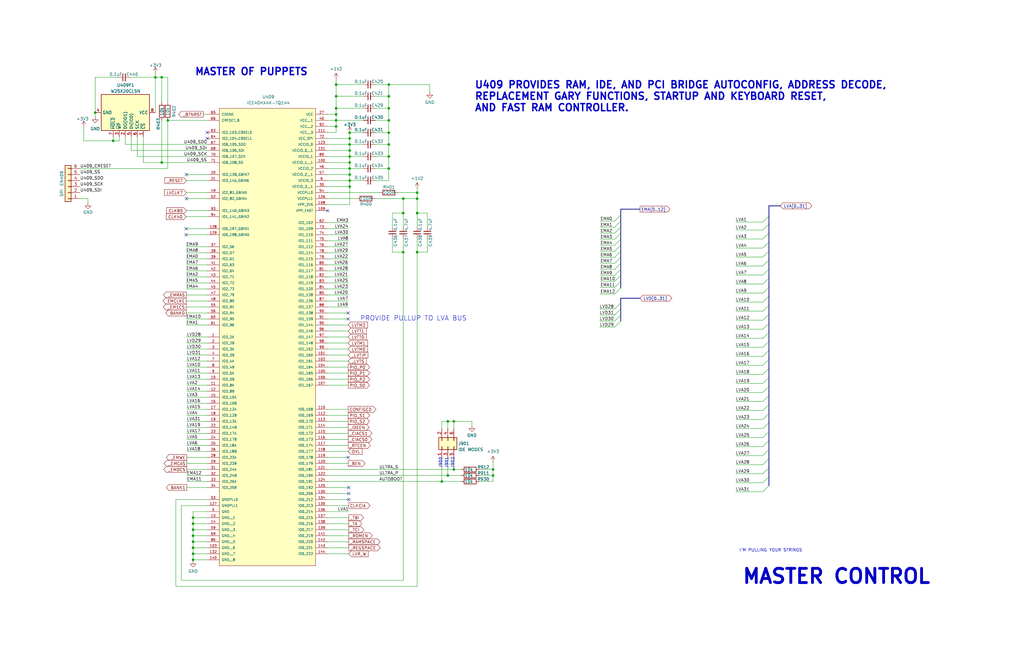
<source format=kicad_sch>
(kicad_sch (version 20230121) (generator eeschema)
  (paper "B")
  (title_block (title "AMIGA PCI") (date "2024-03-23") (rev "2.0"))
  (junction (at 147.447 76.2))
  (junction (at 81.407 223.52))
  (junction (at 188.849 177.8))
  (junction (at 147.447 58.42))
  (junction (at 147.447 78.74))
  (junction (at 163.957 60.96))
  (junction (at 163.957 50.8))
  (junction (at 170.053 83.82))
  (junction (at 163.957 40.64))
  (junction (at 141.732 48.26))
  (junction (at 141.732 53.34))
  (junction (at 40.132 47.498))
  (junction (at 47.752 59.436))
  (junction (at 81.407 218.44))
  (junction (at 65.532 32.639))
  (junction (at 81.407 220.98))
  (junction (at 147.447 63.5))
  (junction (at 141.732 35.687))
  (junction (at 81.407 233.68))
  (junction (at 163.957 45.72))
  (junction (at 147.447 68.58))
  (junction (at 191.389 198.12))
  (junction (at 175.895 106.426))
  (junction (at 163.957 35.687))
  (junction (at 141.732 40.64))
  (junction (at 207.899 198.12))
  (junction (at 81.407 236.22))
  (junction (at 191.389 177.8))
  (junction (at 81.407 231.14))
  (junction (at 68.199 68.58))
  (junction (at 163.957 71.12))
  (junction (at 163.957 66.04))
  (junction (at 188.849 200.66))
  (junction (at 147.447 56.007))
  (junction (at 175.895 81.28))
  (junction (at 141.732 45.72))
  (junction (at 207.899 200.66))
  (junction (at 163.957 56.007))
  (junction (at 70.739 50.8))
  (junction (at 147.447 60.96))
  (junction (at 81.407 226.06))
  (junction (at 186.309 203.2))
  (junction (at 170.053 106.426))
  (junction (at 81.407 228.6))
  (junction (at 147.447 73.66))
  (junction (at 170.053 89.916))
  (junction (at 175.895 89.916))
  (junction (at 147.447 71.12))
  (junction (at 175.895 83.82))
  (junction (at 141.732 50.8))
  (junction (at 147.447 66.04))
  (junction (at 68.199 32.639))
  (no_connect (at 78.486 96.52))
  (no_connect (at 147.066 210.82))
  (no_connect (at 78.613 73.66))
  (no_connect (at 146.812 193.04))
  (no_connect (at 87.376 55.88))
  (no_connect (at 146.812 132.08))
  (no_connect (at 147.066 208.28))
  (no_connect (at 147.066 205.74))
  (no_connect (at 78.613 83.82))
  (no_connect (at 78.486 99.06))
  (no_connect (at 146.812 134.62))
  (no_connect (at 138.176 88.9))
  (no_connect (at 87.376 58.42))
  (bus_entry (at 321.691 177.038) (size 2.54 -2.54))
  (bus_entry (at 259.207 113.665) (size 2.54 -2.54))
  (bus_entry (at 259.207 106.045) (size 2.54 -2.54))
  (bus_entry (at 321.691 93.726) (size 2.54 -2.54))
  (bus_entry (at 321.691 173.228) (size 2.54 -2.54))
  (bus_entry (at 321.691 207.518) (size 2.54 -2.54))
  (bus_entry (at 321.691 146.558) (size 2.54 -2.54))
  (bus_entry (at 321.691 150.368) (size 2.54 -2.54))
  (bus_entry (at 321.691 112.268) (size 2.54 -2.54))
  (bus_entry (at 321.691 196.088) (size 2.54 -2.54))
  (bus_entry (at 259.207 108.585) (size 2.54 -2.54))
  (bus_entry (at 321.691 97.028) (size 2.54 -2.54))
  (bus_entry (at 321.691 108.458) (size 2.54 -2.54))
  (bus_entry (at 321.691 142.748) (size 2.54 -2.54))
  (bus_entry (at 321.691 161.798) (size 2.54 -2.54))
  (bus_entry (at 321.691 188.468) (size 2.54 -2.54))
  (bus_entry (at 259.207 118.745) (size 2.54 -2.54))
  (bus_entry (at 259.207 95.885) (size 2.54 -2.54))
  (bus_entry (at 321.691 100.838) (size 2.54 -2.54))
  (bus_entry (at 259.207 111.125) (size 2.54 -2.54))
  (bus_entry (at 321.691 131.318) (size 2.54 -2.54))
  (bus_entry (at 259.207 93.345) (size 2.54 -2.54))
  (bus_entry (at 259.207 130.429) (size 2.54 -2.54))
  (bus_entry (at 259.207 100.965) (size 2.54 -2.54))
  (bus_entry (at 321.691 135.128) (size 2.54 -2.54))
  (bus_entry (at 321.691 157.988) (size 2.54 -2.54))
  (bus_entry (at 321.691 203.708) (size 2.54 -2.54))
  (bus_entry (at 259.207 116.205) (size 2.54 -2.54))
  (bus_entry (at 321.691 127.508) (size 2.54 -2.54))
  (bus_entry (at 259.207 135.509) (size 2.54 -2.54))
  (bus_entry (at 321.691 199.898) (size 2.54 -2.54))
  (bus_entry (at 321.691 180.848) (size 2.54 -2.54))
  (bus_entry (at 321.691 123.698) (size 2.54 -2.54))
  (bus_entry (at 321.691 138.938) (size 2.54 -2.54))
  (bus_entry (at 321.691 116.078) (size 2.54 -2.54))
  (bus_entry (at 321.691 192.278) (size 2.54 -2.54))
  (bus_entry (at 259.207 121.285) (size 2.54 -2.54))
  (bus_entry (at 321.691 169.418) (size 2.54 -2.54))
  (bus_entry (at 321.691 154.178) (size 2.54 -2.54))
  (bus_entry (at 321.691 184.658) (size 2.54 -2.54))
  (bus_entry (at 259.207 124.079) (size 2.54 -2.54))
  (bus_entry (at 321.691 119.888) (size 2.54 -2.54))
  (bus_entry (at 321.691 165.608) (size 2.54 -2.54))
  (bus_entry (at 259.207 98.425) (size 2.54 -2.54))
  (bus_entry (at 321.691 104.648) (size 2.54 -2.54))
  (bus_entry (at 259.207 103.505) (size 2.54 -2.54))
  (bus_entry (at 259.207 132.969) (size 2.54 -2.54))
  (bus_entry (at 259.207 138.049) (size 2.54 -2.54))
  (bus (pts (xy 261.747 118.745) (xy 261.747 121.539)))
  (bus (pts (xy 324.231 121.158) (xy 324.231 124.968)))
  (wire (pts (xy 57.912 66.04) (xy 57.912 57.658)))
  (wire (pts (xy 87.376 195.58) (xy 78.74 195.58)))
  (wire (pts (xy 78.74 200.66) (xy 87.376 200.66)))
  (wire (pts (xy 147.066 205.74) (xy 138.176 205.74)))
  (wire (pts (xy 253.111 95.885) (xy 259.207 95.885)))
  (wire (pts (xy 188.849 180.848) (xy 188.849 177.8)))
  (wire (pts (xy 146.812 195.58) (xy 138.176 195.58)))
  (wire (pts (xy 70.739 43.18) (xy 70.739 32.639)))
  (wire (pts (xy 138.176 71.12) (xy 147.447 71.12)))
  (wire (pts (xy 74.168 247.396) (xy 175.895 247.396)))
  (wire (pts (xy 87.376 83.82) (xy 78.613 83.82)))
  (wire (pts (xy 310.261 154.178) (xy 321.691 154.178)))
  (wire (pts (xy 33.782 83.82) (xy 37.084 83.82)))
  (wire (pts (xy 87.376 203.2) (xy 78.74 203.2)))
  (wire (pts (xy 138.176 198.12) (xy 191.389 198.12)))
  (wire (pts (xy 138.176 73.66) (xy 147.447 73.66)))
  (wire (pts (xy 78.486 116.84) (xy 87.376 116.84)))
  (wire (pts (xy 78.486 111.76) (xy 87.376 111.76)))
  (wire (pts (xy 35.306 53.594) (xy 35.306 59.436)))
  (bus (pts (xy 324.231 109.728) (xy 324.231 113.538)))
  (wire (pts (xy 310.261 203.708) (xy 321.691 203.708)))
  (wire (pts (xy 170.053 83.82) (xy 158.115 83.82)))
  (wire (pts (xy 186.309 180.848) (xy 186.309 177.8)))
  (bus (pts (xy 324.231 178.308) (xy 324.231 182.118)))
  (wire (pts (xy 87.376 88.9) (xy 78.613 88.9)))
  (wire (pts (xy 138.176 83.82) (xy 150.495 83.82)))
  (wire (pts (xy 78.486 109.22) (xy 87.376 109.22)))
  (wire (pts (xy 310.261 123.698) (xy 321.691 123.698)))
  (wire (pts (xy 146.812 182.88) (xy 138.176 182.88)))
  (bus (pts (xy 324.231 182.118) (xy 324.231 185.928)))
  (wire (pts (xy 141.732 45.72) (xy 141.732 48.26)))
  (wire (pts (xy 175.895 106.426) (xy 180.213 106.426)))
  (wire (pts (xy 74.168 210.82) (xy 87.376 210.82)))
  (wire (pts (xy 138.176 157.48) (xy 146.812 157.48)))
  (wire (pts (xy 138.176 101.6) (xy 146.939 101.6)))
  (bus (pts (xy 261.747 93.345) (xy 261.747 95.885)))
  (wire (pts (xy 310.261 188.468) (xy 321.691 188.468)))
  (wire (pts (xy 81.407 218.44) (xy 81.407 220.98)))
  (wire (pts (xy 87.376 177.8) (xy 78.74 177.8)))
  (wire (pts (xy 147.447 76.2) (xy 147.447 78.74)))
  (wire (pts (xy 138.176 152.4) (xy 146.812 152.4)))
  (wire (pts (xy 252.857 130.429) (xy 259.207 130.429)))
  (wire (pts (xy 47.752 59.436) (xy 50.292 59.436)))
  (wire (pts (xy 87.376 48.26) (xy 85.725 48.26)))
  (wire (pts (xy 81.407 218.44) (xy 87.376 218.44)))
  (wire (pts (xy 65.532 32.639) (xy 54.864 32.639)))
  (wire (pts (xy 68.199 32.639) (xy 65.532 32.639)))
  (wire (pts (xy 147.447 76.2) (xy 153.162 76.2)))
  (wire (pts (xy 310.261 127.508) (xy 321.691 127.508)))
  (wire (pts (xy 163.957 40.64) (xy 163.957 35.687)))
  (wire (pts (xy 158.242 60.96) (xy 163.957 60.96)))
  (wire (pts (xy 52.832 60.96) (xy 52.832 57.658)))
  (bus (pts (xy 261.747 135.509) (xy 261.747 132.969)))
  (wire (pts (xy 191.389 198.12) (xy 194.437 198.12)))
  (wire (pts (xy 310.261 184.658) (xy 321.691 184.658)))
  (wire (pts (xy 310.261 97.028) (xy 321.691 97.028)))
  (wire (pts (xy 181.229 35.687) (xy 163.957 35.687)))
  (wire (pts (xy 87.376 167.64) (xy 78.74 167.64)))
  (wire (pts (xy 147.447 68.58) (xy 147.447 71.12)))
  (wire (pts (xy 310.261 192.278) (xy 321.691 192.278)))
  (wire (pts (xy 81.407 215.9) (xy 81.407 218.44)))
  (bus (pts (xy 261.747 132.969) (xy 261.747 130.429)))
  (wire (pts (xy 87.376 76.2) (xy 78.613 76.2)))
  (wire (pts (xy 78.486 106.68) (xy 87.376 106.68)))
  (wire (pts (xy 138.176 223.52) (xy 147.066 223.52)))
  (wire (pts (xy 87.376 165.1) (xy 78.74 165.1)))
  (wire (pts (xy 147.447 56.007) (xy 153.162 56.007)))
  (wire (pts (xy 81.407 231.14) (xy 81.407 233.68)))
  (wire (pts (xy 60.452 68.58) (xy 68.199 68.58)))
  (wire (pts (xy 70.739 71.12) (xy 70.739 50.8)))
  (wire (pts (xy 310.261 169.418) (xy 321.691 169.418)))
  (wire (pts (xy 163.957 45.72) (xy 163.957 40.64)))
  (wire (pts (xy 138.176 220.98) (xy 147.066 220.98)))
  (wire (pts (xy 165.481 100.711) (xy 165.481 106.426)))
  (wire (pts (xy 163.957 50.8) (xy 163.957 45.72)))
  (wire (pts (xy 188.849 177.8) (xy 191.389 177.8)))
  (bus (pts (xy 324.231 185.928) (xy 324.231 189.738)))
  (wire (pts (xy 138.176 160.02) (xy 146.812 160.02)))
  (wire (pts (xy 138.176 154.94) (xy 146.812 154.94)))
  (wire (pts (xy 138.176 200.66) (xy 188.849 200.66)))
  (wire (pts (xy 310.261 161.798) (xy 321.691 161.798)))
  (bus (pts (xy 261.747 106.045) (xy 261.747 108.585)))
  (wire (pts (xy 138.176 66.04) (xy 147.447 66.04)))
  (wire (pts (xy 138.176 60.96) (xy 147.447 60.96)))
  (wire (pts (xy 310.261 104.648) (xy 321.691 104.648)))
  (wire (pts (xy 55.372 63.5) (xy 87.376 63.5)))
  (wire (pts (xy 186.309 203.2) (xy 194.437 203.2)))
  (bus (pts (xy 261.747 90.805) (xy 261.747 93.345)))
  (wire (pts (xy 87.376 193.04) (xy 78.74 193.04)))
  (wire (pts (xy 55.372 63.5) (xy 55.372 57.658)))
  (wire (pts (xy 253.111 121.285) (xy 259.207 121.285)))
  (wire (pts (xy 170.053 244.856) (xy 76.454 244.856)))
  (wire (pts (xy 310.261 180.848) (xy 321.691 180.848)))
  (wire (pts (xy 170.053 83.82) (xy 175.895 83.82)))
  (wire (pts (xy 146.812 175.26) (xy 138.176 175.26)))
  (wire (pts (xy 138.176 124.46) (xy 146.812 124.46)))
  (bus (pts (xy 324.231 91.186) (xy 324.231 94.488)))
  (wire (pts (xy 76.454 244.856) (xy 76.454 213.36)))
  (wire (pts (xy 147.447 63.5) (xy 147.447 66.04)))
  (wire (pts (xy 141.732 45.72) (xy 153.162 45.72)))
  (wire (pts (xy 165.481 106.426) (xy 170.053 106.426)))
  (wire (pts (xy 138.176 78.74) (xy 147.447 78.74)))
  (wire (pts (xy 146.812 177.8) (xy 138.176 177.8)))
  (wire (pts (xy 170.053 100.711) (xy 170.053 106.426)))
  (wire (pts (xy 147.447 86.36) (xy 138.176 86.36)))
  (wire (pts (xy 188.849 200.66) (xy 194.437 200.66)))
  (wire (pts (xy 47.752 57.658) (xy 47.752 59.436)))
  (wire (pts (xy 70.739 32.639) (xy 68.199 32.639)))
  (wire (pts (xy 81.407 223.52) (xy 87.376 223.52)))
  (bus (pts (xy 261.747 108.585) (xy 261.747 111.125)))
  (wire (pts (xy 52.832 60.96) (xy 87.376 60.96)))
  (wire (pts (xy 175.895 79.629) (xy 175.895 81.28)))
  (wire (pts (xy 37.084 83.82) (xy 37.084 85.598)))
  (bus (pts (xy 261.747 111.125) (xy 261.747 113.665)))
  (wire (pts (xy 87.376 127) (xy 78.486 127)))
  (wire (pts (xy 81.407 236.22) (xy 87.376 236.22)))
  (wire (pts (xy 65.532 47.498) (xy 65.532 32.639)))
  (wire (pts (xy 40.132 32.639) (xy 49.784 32.639)))
  (wire (pts (xy 207.899 195.072) (xy 207.899 198.12)))
  (wire (pts (xy 138.176 215.9) (xy 147.066 215.9)))
  (wire (pts (xy 87.376 81.28) (xy 78.613 81.28)))
  (wire (pts (xy 253.111 106.045) (xy 259.207 106.045)))
  (wire (pts (xy 138.176 93.98) (xy 146.939 93.98)))
  (bus (pts (xy 324.231 132.588) (xy 324.231 136.398)))
  (bus (pts (xy 324.231 86.868) (xy 329.057 86.868)))
  (wire (pts (xy 310.261 207.518) (xy 321.691 207.518)))
  (wire (pts (xy 87.376 175.26) (xy 78.74 175.26)))
  (wire (pts (xy 147.066 208.28) (xy 138.176 208.28)))
  (bus (pts (xy 324.231 163.068) (xy 324.231 166.878)))
  (wire (pts (xy 138.176 185.42) (xy 146.812 185.42)))
  (wire (pts (xy 158.242 71.12) (xy 163.957 71.12)))
  (bus (pts (xy 261.747 95.885) (xy 261.747 98.425)))
  (wire (pts (xy 253.111 111.125) (xy 259.207 111.125)))
  (wire (pts (xy 87.376 137.16) (xy 78.486 137.16)))
  (wire (pts (xy 78.74 160.02) (xy 87.376 160.02)))
  (wire (pts (xy 78.74 149.86) (xy 87.376 149.86)))
  (wire (pts (xy 81.407 220.98) (xy 81.407 223.52)))
  (wire (pts (xy 146.812 187.96) (xy 138.176 187.96)))
  (wire (pts (xy 138.176 137.16) (xy 146.812 137.16)))
  (wire (pts (xy 138.176 218.44) (xy 147.066 218.44)))
  (wire (pts (xy 81.407 233.68) (xy 81.407 236.22)))
  (wire (pts (xy 147.447 60.96) (xy 153.162 60.96)))
  (bus (pts (xy 261.747 100.965) (xy 261.747 103.505)))
  (wire (pts (xy 141.732 40.64) (xy 141.732 45.72)))
  (wire (pts (xy 310.261 100.838) (xy 321.691 100.838)))
  (wire (pts (xy 207.899 200.66) (xy 207.899 198.12)))
  (wire (pts (xy 87.376 172.72) (xy 78.74 172.72)))
  (wire (pts (xy 202.057 200.66) (xy 207.899 200.66)))
  (wire (pts (xy 310.261 135.128) (xy 321.691 135.128)))
  (bus (pts (xy 324.231 189.738) (xy 324.231 193.548)))
  (wire (pts (xy 158.242 56.007) (xy 163.957 56.007)))
  (wire (pts (xy 138.176 228.6) (xy 147.066 228.6)))
  (wire (pts (xy 170.053 106.426) (xy 170.053 244.856)))
  (wire (pts (xy 138.176 104.14) (xy 146.812 104.14)))
  (wire (pts (xy 175.895 247.396) (xy 175.895 106.426)))
  (wire (pts (xy 138.176 226.06) (xy 147.066 226.06)))
  (wire (pts (xy 87.376 124.46) (xy 78.486 124.46)))
  (wire (pts (xy 147.447 66.04) (xy 153.162 66.04)))
  (wire (pts (xy 146.812 193.04) (xy 138.176 193.04)))
  (wire (pts (xy 147.447 73.66) (xy 147.447 76.2)))
  (wire (pts (xy 253.111 108.585) (xy 259.207 108.585)))
  (wire (pts (xy 310.261 108.458) (xy 321.691 108.458)))
  (bus (pts (xy 261.747 98.425) (xy 261.747 100.965)))
  (wire (pts (xy 78.74 152.4) (xy 87.376 152.4)))
  (wire (pts (xy 138.176 106.68) (xy 146.812 106.68)))
  (wire (pts (xy 87.376 96.52) (xy 78.486 96.52)))
  (wire (pts (xy 138.176 114.3) (xy 146.812 114.3)))
  (wire (pts (xy 74.168 210.82) (xy 74.168 247.396)))
  (wire (pts (xy 78.74 187.96) (xy 87.376 187.96)))
  (wire (pts (xy 68.199 50.8) (xy 68.199 68.58)))
  (wire (pts (xy 138.176 53.34) (xy 141.732 53.34)))
  (bus (pts (xy 324.231 124.968) (xy 324.231 128.778)))
  (wire (pts (xy 78.486 114.3) (xy 87.376 114.3)))
  (wire (pts (xy 40.132 49.276) (xy 40.132 47.498)))
  (wire (pts (xy 191.389 177.8) (xy 191.389 180.848)))
  (bus (pts (xy 324.231 102.108) (xy 324.231 105.918)))
  (wire (pts (xy 310.261 196.088) (xy 321.691 196.088)))
  (wire (pts (xy 141.732 50.8) (xy 141.732 53.34)))
  (wire (pts (xy 138.176 48.26) (xy 141.732 48.26)))
  (wire (pts (xy 253.111 113.665) (xy 259.207 113.665)))
  (wire (pts (xy 310.261 157.988) (xy 321.691 157.988)))
  (bus (pts (xy 324.231 159.258) (xy 324.231 163.068)))
  (bus (pts (xy 324.231 117.348) (xy 324.231 121.158)))
  (wire (pts (xy 310.261 146.558) (xy 321.691 146.558)))
  (wire (pts (xy 87.376 190.5) (xy 78.74 190.5)))
  (wire (pts (xy 81.407 220.98) (xy 87.376 220.98)))
  (bus (pts (xy 324.231 113.538) (xy 324.231 117.348)))
  (wire (pts (xy 191.389 177.8) (xy 199.009 177.8)))
  (bus (pts (xy 324.231 144.018) (xy 324.231 147.828)))
  (wire (pts (xy 199.009 177.8) (xy 199.009 179.578)))
  (wire (pts (xy 310.261 112.268) (xy 321.691 112.268)))
  (wire (pts (xy 163.957 35.687) (xy 158.242 35.687)))
  (wire (pts (xy 87.376 73.66) (xy 78.613 73.66)))
  (bus (pts (xy 261.747 113.665) (xy 261.747 116.205)))
  (wire (pts (xy 310.261 131.318) (xy 321.691 131.318)))
  (wire (pts (xy 310.261 116.078) (xy 321.691 116.078)))
  (wire (pts (xy 191.389 193.548) (xy 191.389 198.12)))
  (wire (pts (xy 141.732 35.687) (xy 153.162 35.687)))
  (wire (pts (xy 146.812 180.34) (xy 138.176 180.34)))
  (wire (pts (xy 253.111 98.425) (xy 259.207 98.425)))
  (wire (pts (xy 146.812 190.5) (xy 138.176 190.5)))
  (wire (pts (xy 186.309 193.548) (xy 186.309 203.2)))
  (wire (pts (xy 87.376 185.42) (xy 78.74 185.42)))
  (wire (pts (xy 138.176 127) (xy 146.812 127)))
  (wire (pts (xy 138.176 68.58) (xy 147.447 68.58)))
  (wire (pts (xy 147.447 56.007) (xy 147.447 58.42)))
  (wire (pts (xy 70.739 50.8) (xy 87.376 50.8)))
  (bus (pts (xy 324.231 170.688) (xy 324.231 174.498)))
  (wire (pts (xy 163.957 56.007) (xy 163.957 60.96)))
  (bus (pts (xy 324.231 197.358) (xy 324.231 201.168)))
  (bus (pts (xy 324.231 174.498) (xy 324.231 178.308)))
  (wire (pts (xy 147.447 78.74) (xy 147.447 86.36)))
  (wire (pts (xy 141.732 35.687) (xy 141.732 40.64)))
  (bus (pts (xy 261.747 116.205) (xy 261.747 118.745)))
  (wire (pts (xy 310.261 173.228) (xy 321.691 173.228)))
  (wire (pts (xy 81.407 223.52) (xy 81.407 226.06)))
  (wire (pts (xy 87.376 147.32) (xy 78.74 147.32)))
  (wire (pts (xy 310.261 199.898) (xy 321.691 199.898)))
  (wire (pts (xy 175.895 89.916) (xy 180.213 89.916)))
  (bus (pts (xy 324.231 147.828) (xy 324.231 151.638)))
  (wire (pts (xy 81.407 226.06) (xy 87.376 226.06)))
  (wire (pts (xy 138.176 172.72) (xy 146.812 172.72)))
  (wire (pts (xy 170.053 95.631) (xy 170.053 89.916)))
  (bus (pts (xy 261.747 125.857) (xy 269.875 125.857)))
  (wire (pts (xy 170.053 89.916) (xy 170.053 83.82)))
  (wire (pts (xy 78.486 121.92) (xy 87.376 121.92)))
  (wire (pts (xy 138.176 76.2) (xy 147.447 76.2)))
  (wire (pts (xy 202.057 198.12) (xy 207.899 198.12)))
  (wire (pts (xy 87.376 129.54) (xy 78.486 129.54)))
  (wire (pts (xy 202.057 203.2) (xy 207.899 203.2)))
  (bus (pts (xy 324.231 136.398) (xy 324.231 140.208)))
  (wire (pts (xy 138.176 111.76) (xy 146.812 111.76)))
  (wire (pts (xy 78.486 119.38) (xy 87.376 119.38)))
  (wire (pts (xy 81.407 228.6) (xy 87.376 228.6)))
  (wire (pts (xy 310.261 119.888) (xy 321.691 119.888)))
  (bus (pts (xy 261.747 127.889) (xy 261.747 125.857)))
  (wire (pts (xy 175.895 106.426) (xy 175.895 100.711)))
  (wire (pts (xy 310.261 142.748) (xy 321.691 142.748)))
  (bus (pts (xy 324.231 151.638) (xy 324.231 155.448)))
  (wire (pts (xy 81.407 228.6) (xy 81.407 231.14)))
  (wire (pts (xy 87.376 154.94) (xy 78.74 154.94)))
  (bus (pts (xy 261.747 88.265) (xy 269.875 88.265)))
  (wire (pts (xy 65.532 32.639) (xy 65.532 30.988)))
  (wire (pts (xy 78.74 180.34) (xy 87.376 180.34)))
  (bus (pts (xy 324.231 86.868) (xy 324.231 91.186)))
  (wire (pts (xy 78.74 142.24) (xy 87.376 142.24)))
  (wire (pts (xy 50.292 57.658) (xy 50.292 59.436)))
  (bus (pts (xy 324.231 94.488) (xy 324.231 98.298)))
  (wire (pts (xy 147.066 233.68) (xy 138.176 233.68)))
  (bus (pts (xy 324.231 155.448) (xy 324.231 159.258)))
  (wire (pts (xy 141.732 53.34) (xy 141.732 55.88)))
  (wire (pts (xy 165.481 89.916) (xy 170.053 89.916)))
  (bus (pts (xy 324.231 166.878) (xy 324.231 170.688)))
  (wire (pts (xy 252.857 138.049) (xy 259.207 138.049)))
  (wire (pts (xy 138.176 96.52) (xy 146.939 96.52)))
  (wire (pts (xy 146.812 132.08) (xy 138.176 132.08)))
  (wire (pts (xy 138.176 121.92) (xy 146.812 121.92)))
  (wire (pts (xy 138.176 144.78) (xy 146.812 144.78)))
  (bus (pts (xy 324.231 140.208) (xy 324.231 144.018)))
  (wire (pts (xy 57.912 66.04) (xy 87.376 66.04)))
  (wire (pts (xy 253.111 124.079) (xy 259.207 124.079)))
  (wire (pts (xy 141.732 40.64) (xy 153.162 40.64)))
  (wire (pts (xy 146.812 139.7) (xy 138.176 139.7)))
  (bus (pts (xy 324.231 128.778) (xy 324.231 132.588)))
  (wire (pts (xy 163.957 56.007) (xy 163.957 50.8)))
  (wire (pts (xy 87.376 134.62) (xy 78.486 134.62)))
  (wire (pts (xy 141.732 33.401) (xy 141.732 35.687)))
  (wire (pts (xy 81.407 236.22) (xy 81.407 236.728)))
  (wire (pts (xy 76.454 213.36) (xy 87.376 213.36)))
  (wire (pts (xy 138.176 129.54) (xy 146.812 129.54)))
  (wire (pts (xy 310.261 165.608) (xy 321.691 165.608)))
  (wire (pts (xy 87.376 132.08) (xy 78.486 132.08)))
  (wire (pts (xy 87.376 198.12) (xy 78.74 198.12)))
  (wire (pts (xy 253.111 103.505) (xy 259.207 103.505)))
  (wire (pts (xy 158.242 76.2) (xy 163.957 76.2)))
  (wire (pts (xy 158.242 66.04) (xy 163.957 66.04)))
  (wire (pts (xy 310.261 93.726) (xy 321.691 93.726)))
  (wire (pts (xy 33.782 71.12) (xy 70.739 71.12)))
  (wire (pts (xy 188.849 193.548) (xy 188.849 200.66)))
  (wire (pts (xy 138.176 55.88) (xy 141.732 55.88)))
  (bus (pts (xy 324.231 98.298) (xy 324.231 102.108)))
  (wire (pts (xy 253.111 100.965) (xy 259.207 100.965)))
  (wire (pts (xy 35.306 59.436) (xy 47.752 59.436)))
  (wire (pts (xy 138.176 134.62) (xy 146.812 134.62)))
  (wire (pts (xy 138.176 119.38) (xy 146.812 119.38)))
  (wire (pts (xy 147.447 66.04) (xy 147.447 68.58)))
  (wire (pts (xy 78.74 157.48) (xy 87.376 157.48)))
  (wire (pts (xy 310.261 138.938) (xy 321.691 138.938)))
  (wire (pts (xy 163.957 71.12) (xy 163.957 76.2)))
  (wire (pts (xy 138.176 58.42) (xy 147.447 58.42)))
  (wire (pts (xy 180.213 89.916) (xy 180.213 95.631)))
  (bus (pts (xy 261.747 103.505) (xy 261.747 106.045)))
  (wire (pts (xy 147.447 71.12) (xy 153.162 71.12)))
  (wire (pts (xy 81.407 215.9) (xy 87.376 215.9)))
  (bus (pts (xy 324.231 193.548) (xy 324.231 197.358)))
  (wire (pts (xy 252.857 132.969) (xy 259.207 132.969)))
  (wire (pts (xy 147.447 58.42) (xy 147.447 60.96)))
  (wire (pts (xy 138.176 231.14) (xy 147.066 231.14)))
  (wire (pts (xy 138.176 147.32) (xy 146.812 147.32)))
  (wire (pts (xy 163.957 60.96) (xy 163.957 66.04)))
  (wire (pts (xy 141.732 50.8) (xy 153.162 50.8)))
  (wire (pts (xy 146.812 149.86) (xy 138.176 149.86)))
  (wire (pts (xy 138.176 99.06) (xy 146.939 99.06)))
  (wire (pts (xy 138.176 162.56) (xy 146.812 162.56)))
  (wire (pts (xy 147.447 60.96) (xy 147.447 63.5)))
  (wire (pts (xy 175.895 81.28) (xy 167.767 81.28)))
  (wire (pts (xy 207.899 203.2) (xy 207.899 200.66)))
  (wire (pts (xy 78.74 162.56) (xy 87.376 162.56)))
  (wire (pts (xy 252.857 135.509) (xy 259.207 135.509)))
  (wire (pts (xy 141.732 48.26) (xy 141.732 50.8)))
  (wire (pts (xy 87.376 99.06) (xy 78.486 99.06)))
  (wire (pts (xy 175.895 95.631) (xy 175.895 89.916)))
  (wire (pts (xy 165.481 95.631) (xy 165.481 89.916)))
  (wire (pts (xy 138.176 50.8) (xy 141.732 50.8)))
  (wire (pts (xy 81.407 231.14) (xy 87.376 231.14)))
  (wire (pts (xy 87.376 182.88) (xy 78.74 182.88)))
  (wire (pts (xy 180.213 106.426) (xy 180.213 100.711)))
  (wire (pts (xy 138.176 213.36) (xy 147.066 213.36)))
  (wire (pts (xy 40.132 47.498) (xy 40.132 32.639)))
  (wire (pts (xy 253.111 118.745) (xy 259.207 118.745)))
  (wire (pts (xy 181.229 35.687) (xy 181.229 38.862)))
  (wire (pts (xy 158.242 50.8) (xy 163.957 50.8)))
  (wire (pts (xy 138.176 109.22) (xy 146.812 109.22)))
  (wire (pts (xy 147.447 71.12) (xy 147.447 73.66)))
  (wire (pts (xy 138.176 63.5) (xy 147.447 63.5)))
  (wire (pts (xy 78.486 104.14) (xy 87.376 104.14)))
  (wire (pts (xy 175.895 83.82) (xy 175.895 89.916)))
  (wire (pts (xy 310.261 150.368) (xy 321.691 150.368)))
  (wire (pts (xy 138.176 210.82) (xy 147.066 210.82)))
  (wire (pts (xy 68.199 32.639) (xy 68.199 43.18)))
  (bus (pts (xy 261.747 88.265) (xy 261.747 90.805)))
  (wire (pts (xy 138.176 203.2) (xy 186.309 203.2)))
  (wire (pts (xy 87.376 91.44) (xy 78.486 91.44)))
  (wire (pts (xy 81.407 233.68) (xy 87.376 233.68)))
  (wire (pts (xy 253.111 93.345) (xy 259.207 93.345)))
  (wire (pts (xy 158.242 40.64) (xy 163.957 40.64)))
  (wire (pts (xy 186.309 177.8) (xy 188.849 177.8)))
  (wire (pts (xy 163.957 66.04) (xy 163.957 71.12)))
  (wire (pts (xy 253.111 116.205) (xy 259.207 116.205)))
  (wire (pts (xy 78.74 205.74) (xy 87.376 205.74)))
  (wire (pts (xy 146.812 142.24) (xy 138.176 142.24)))
  (wire (pts (xy 81.407 226.06) (xy 81.407 228.6)))
  (bus (pts (xy 261.747 130.429) (xy 261.747 127.889)))
  (wire (pts (xy 175.895 81.28) (xy 175.895 83.82)))
  (bus (pts (xy 324.231 201.168) (xy 324.231 204.978)))
  (wire (pts (xy 138.176 81.28) (xy 160.147 81.28)))
  (wire (pts (xy 60.452 68.58) (xy 60.452 57.658)))
  (bus (pts (xy 324.231 105.918) (xy 324.231 109.728)))
  (wire (pts (xy 138.176 116.84) (xy 146.812 116.84)))
  (wire (pts (xy 68.199 68.58) (xy 87.376 68.58)))
  (wire (pts (xy 87.376 170.18) (xy 78.74 170.18)))
  (wire (pts (xy 78.74 144.78) (xy 87.376 144.78)))
  (wire (pts (xy 310.261 177.038) (xy 321.691 177.038)))
  (wire (pts (xy 158.242 45.72) (xy 163.957 45.72)))
  (text "MASTER OF PUPPETS" (at 82.042 32.131 0) (effects (font (size 3 3) (thickness 0.6) bold) (justify left bottom)))
  (text "MASTER CONTROL" (at 312.674 246.888 0) (effects (font (size 6 6) (thickness 1.2) bold) (justify left bottom)))
  (text "J902" (at 191.643 197.739 90) (effects (font (size 1.27 1.27)) (justify left bottom)))
  (text "J900" (at 186.563 197.739 90) (effects (font (size 1.27 1.27)) (justify left bottom)))
  (text "I'M PULLING YOUR STRINGS" (at 311.785 233.045 0) (effects (font (size 1.27 1.27)) (justify left bottom)))
  (text "J901" (at 189.103 197.739 90) (effects (font (size 1.27 1.27)) (justify left bottom)))
  (text "U409 PROVIDES RAM, IDE, AND PCI BRIDGE AUTOCONFIG, ADDRESS DECODE,\nREPLACEMENT GARY FUNCTIONS, STARTUP AND KEYBOARD RESET, \nAND FAST RAM CONTROLLER." (at 200.025 47.371 0) (effects (font (size 3 3) (thickness 0.6) bold) (justify left bottom)))
  (text "PROVIDE PULLUP TO LVA BUS" (at 151.892 135.636 0) (effects (font (size 2 2)) (justify left bottom)))
  (label "EMA10" (at 78.486 134.62 0))
  (label "LVA30" (at 146.939 99.06 180))
  (label "LVA3" (at 78.74 167.64 0))
  (label "EMA5" (at 253.111 106.045 0))
  (label "LVA27" (at 146.812 104.14 180))
  (label "LVA14" (at 78.74 165.1 0))
  (label "LVD31" (at 78.74 149.86 0))
  (label "EMA2" (at 253.111 98.425 0))
  (label "LVA22" (at 146.812 109.22 180))
  (label "LVA26" (at 146.812 111.76 180))
  (label "U409_SS" (at 33.782 73.66 0))
  (label "LVA19" (at 310.261 161.798 0))
  (label "LVA16" (at 78.74 170.18 0))
  (label "LVA18" (at 310.261 157.988 0))
  (label "LVA27" (at 310.261 192.278 0))
  (label "U409_SDO" (at 33.782 76.2 0))
  (label "LVA4" (at 78.74 175.26 0))
  (label "LVA14" (at 310.261 142.748 0))
  (label "LVA3" (at 310.261 100.838 0))
  (label "LVA22" (at 310.261 173.228 0))
  (label "LVA29" (at 310.261 199.898 0))
  (label "LVA9" (at 310.261 123.698 0))
  (label "LVA24" (at 146.939 96.52 180))
  (label "LVA11" (at 310.261 131.318 0))
  (label "LVA10" (at 78.74 154.94 0))
  (label "LVA30" (at 310.261 203.708 0))
  (label "LVA7" (at 310.261 116.078 0))
  (label "LVA13" (at 78.74 160.02 0))
  (label "LVD31" (at 252.857 132.969 0))
  (label "LVA23" (at 310.261 177.038 0))
  (label "LVA25" (at 146.812 119.38 180))
  (label "EMA10" (at 253.111 118.745 0))
  (label "LVA15" (at 310.261 146.558 0))
  (label "AUTOBOOT" (at 159.893 203.2 0))
  (label "EMA7" (at 253.111 111.125 0))
  (label "LVA20" (at 310.261 165.608 0))
  (label "LVA8" (at 310.261 119.888 0))
  (label "LVA21" (at 310.261 169.418 0))
  (label "LVA24" (at 310.261 180.848 0))
  (label "LVA12" (at 310.261 135.128 0))
  (label "LVA1" (at 147.066 215.9 180))
  (label "LVA5" (at 78.74 185.42 0))
  (label "LVA9" (at 146.812 129.54 180))
  (label "LVA21" (at 146.812 116.84 180))
  (label "U409_SCK" (at 87.376 66.04 180))
  (label "LVA4" (at 310.261 104.648 0))
  (label "EMA8" (at 78.486 106.68 0))
  (label "LVD30" (at 252.857 135.509 0))
  (label "U409_SDI" (at 87.376 63.5 180))
  (label "LVA19" (at 78.74 180.34 0))
  (label "LVA6" (at 78.74 187.96 0))
  (label "LVA23" (at 146.812 121.92 180))
  (label "LVA10" (at 310.261 127.508 0))
  (label "U409_SCK" (at 33.782 78.74 0))
  (label "EMA3" (at 253.111 100.965 0))
  (label "EMA4" (at 78.486 121.92 0))
  (label "LVA5" (at 310.261 108.458 0))
  (label "LVA8" (at 146.939 101.6 180))
  (label "LVA28" (at 310.261 196.088 0))
  (label "ULTRA_P" (at 159.893 200.66 0))
  (label "U409_CRESET" (at 33.782 71.12 0))
  (label "EMA5" (at 78.486 119.38 0))
  (label "LVA31" (at 310.261 207.518 0))
  (label "EMA7" (at 78.486 111.76 0))
  (label "LVD28" (at 78.74 142.24 0))
  (label "LVA16" (at 310.261 150.368 0))
  (label "U409_SS" (at 87.249 68.58 180))
  (label "EMA0" (at 253.111 93.345 0))
  (label "EMA1" (at 78.486 137.16 0))
  (label "LVA26" (at 310.261 188.468 0))
  (label "LVA15" (at 78.74 172.72 0))
  (label "EMA11" (at 253.111 121.285 0))
  (label "EMA9" (at 253.111 116.205 0))
  (label "U409_SDI" (at 33.782 81.28 0))
  (label "EMA12" (at 78.74 200.66 0))
  (label "U409_SDO" (at 87.376 60.96 180))
  (label "LVA11" (at 78.74 157.48 0))
  (label "EMA0" (at 78.486 109.22 0))
  (label "EMA6" (at 78.486 114.3 0))
  (label "EMA6" (at 253.111 108.585 0))
  (label "LVA17" (at 310.261 154.178 0))
  (label "LVD30" (at 78.74 147.32 0))
  (label "LVA20" (at 146.812 124.46 180))
  (label "LVA18" (at 78.74 190.5 0))
  (label "LVA29" (at 146.812 106.68 180))
  (label "LVA2" (at 78.74 162.56 0))
  (label "ULTRA_S" (at 159.893 198.12 0))
  (label "LVA31" (at 78.74 177.8 0))
  (label "LVA12" (at 78.74 152.4 0))
  (label "EMA1" (at 253.111 95.885 0))
  (label "LVA28" (at 146.812 114.3 180))
  (label "EMA3" (at 146.939 93.98 180))
  (label "EMA2" (at 78.486 116.84 0))
  (label "LVD29" (at 252.857 138.049 0))
  (label "LVA2" (at 310.261 97.028 0))
  (label "LVD29" (at 78.74 144.78 0))
  (label "LVA25" (at 310.261 184.658 0))
  (label "EMA9" (at 78.486 104.14 0))
  (label "EMA11" (at 78.74 203.2 0))
  (label "LVA17" (at 78.74 182.88 0))
  (label "EMA4" (at 253.111 103.505 0))
  (label "EMA12" (at 253.111 124.079 0))
  (label "LVA1" (at 310.261 93.726 0))
  (label "EMA8" (at 253.111 113.665 0))
  (label "LVD28" (at 252.857 130.429 0))
  (label "LVA6" (at 310.261 112.268 0))
  (label "LVA13" (at 310.261 138.938 0))
  (label "LVA7" (at 146.812 127 180))
  (global_label "LVD[0..31]" (shape bidirectional) (at 269.875 125.857 0) (property "Intersheetrefs" "${INTERSHEET_REFS}" (at 283.591 125.857 0) (effects (justify left))))
  (global_label "_REGSPACE" (shape output) (at 147.066 231.14 0) (effects (font (size 1.2954 1.2954))) (property "Intersheetrefs" "${INTERSHEET_REFS}" (at 160.967 231.14 0) (effects (justify left))))
  (global_label "PIO_S2" (shape output) (at 146.812 177.8 0) (property "Intersheetrefs" "${INTERSHEET_REFS}" (at 156.3891 177.8 0) (effects (justify left))))
  (global_label "CLK40" (shape input) (at 78.486 91.44 180) (property "Intersheetrefs" "${INTERSHEET_REFS}" (at 69.5137 91.44 0) (effects (justify right))))
  (global_label "_EMCAS" (shape output) (at 78.74 195.58 180) (property "Intersheetrefs" "${INTERSHEET_REFS}" (at 68.6187 195.58 0) (effects (justify right))))
  (global_label "LVTM0" (shape input) (at 146.812 147.32 0) (property "Intersheetrefs" "${INTERSHEET_REFS}" (at 155.5424 147.32 0) (effects (justify left))))
  (global_label "_RESET" (shape input) (at 78.613 76.2 180) (property "Intersheetrefs" "${INTERSHEET_REFS}" (at 68.9151 76.2 0) (effects (justify right))))
  (global_label "CLKCIA" (shape output) (at 147.066 213.36 0) (property "Intersheetrefs" "${INTERSHEET_REFS}" (at 156.5033 213.36 0) (effects (justify left))))
  (global_label "CONFIGED" (shape output) (at 146.812 172.72 0) (property "Intersheetrefs" "${INTERSHEET_REFS}" (at 159.0312 172.72 0) (effects (justify left))))
  (global_label "_LVTIP" (shape input) (at 146.812 149.86 0) (property "Intersheetrefs" "${INTERSHEET_REFS}" (at 155.7239 149.86 0) (effects (justify left))))
  (global_label "_EM0CS" (shape output) (at 78.74 198.12 180) (property "Intersheetrefs" "${INTERSHEET_REFS}" (at 68.4978 198.12 0) (effects (justify right))))
  (global_label "_ROMEN" (shape output) (at 147.066 226.06 0) (property "Intersheetrefs" "${INTERSHEET_REFS}" (at 157.5502 226.06 0) (effects (justify left))))
  (global_label "_TBI" (shape output) (at 147.066 218.44 0) (property "Intersheetrefs" "${INTERSHEET_REFS}" (at 153.7818 218.44 0) (effects (justify left))))
  (global_label "PIO_S0" (shape output) (at 146.812 162.56 0) (property "Intersheetrefs" "${INTERSHEET_REFS}" (at 156.3891 162.56 0) (effects (justify left))))
  (global_label "LVTT1" (shape input) (at 146.812 139.7 0) (property "Intersheetrefs" "${INTERSHEET_REFS}" (at 155.0586 139.7 0) (effects (justify left))))
  (global_label "PIO_P0" (shape output) (at 146.812 154.94 0) (property "Intersheetrefs" "${INTERSHEET_REFS}" (at 156.4496 154.94 0) (effects (justify left))))
  (global_label "_LVTS" (shape input) (at 146.812 152.4 0) (property "Intersheetrefs" "${INTERSHEET_REFS}" (at 155.0586 152.4 0) (effects (justify left))))
  (global_label "_RAMSPACE" (shape output) (at 147.066 228.6 0) (property "Intersheetrefs" "${INTERSHEET_REFS}" (at 160.8159 228.6 0) (effects (justify left))))
  (global_label "PIO_S1" (shape output) (at 146.812 175.26 0) (property "Intersheetrefs" "${INTERSHEET_REFS}" (at 156.3891 175.26 0) (effects (justify left))))
  (global_label "_BEN" (shape output) (at 146.812 195.58 0) (property "Intersheetrefs" "${INTERSHEET_REFS}" (at 154.4349 195.58 0) (effects (justify left))))
  (global_label "BANK1" (shape output) (at 78.74 205.74 180) (property "Intersheetrefs" "${INTERSHEET_REFS}" (at 69.5862 205.74 0) (effects (justify right))))
  (global_label "_EMRAS" (shape output) (at 78.486 124.46 180) (property "Intersheetrefs" "${INTERSHEET_REFS}" (at 68.3647 124.46 0) (effects (justify right))))
  (global_label "LVCLK7" (shape input) (at 78.613 81.28 180) (property "Intersheetrefs" "${INTERSHEET_REFS}" (at 68.7335 81.28 0) (effects (justify right))))
  (global_label "BANK0" (shape output) (at 78.486 132.08 180) (property "Intersheetrefs" "${INTERSHEET_REFS}" (at 69.3322 132.08 0) (effects (justify right))))
  (global_label "OVL" (shape input) (at 146.812 190.5 0) (property "Intersheetrefs" "${INTERSHEET_REFS}" (at 153.2444 190.5 0) (effects (justify left))))
  (global_label "_CIACS0" (shape output) (at 146.812 185.42 0) (property "Intersheetrefs" "${INTERSHEET_REFS}" (at 157.4172 185.42 0) (effects (justify left))))
  (global_label "PIO_P1" (shape output) (at 146.812 157.48 0) (property "Intersheetrefs" "${INTERSHEET_REFS}" (at 156.4496 157.48 0) (effects (justify left))))
  (global_label "_RTCEN" (shape output) (at 146.812 187.96 0) (property "Intersheetrefs" "${INTERSHEET_REFS}" (at 156.7519 187.96 0) (effects (justify left))))
  (global_label "_TA" (shape output) (at 147.066 220.98 0) (property "Intersheetrefs" "${INTERSHEET_REFS}" (at 153.075 220.98 0) (effects (justify left))))
  (global_label "EMA[0..12]" (shape output) (at 269.875 88.265 0) (property "Intersheetrefs" "${INTERSHEET_REFS}" (at 283.0013 88.265 0) (effects (justify left))))
  (global_label "_EMWE" (shape output) (at 78.74 193.04 180) (property "Intersheetrefs" "${INTERSHEET_REFS}" (at 69.5864 193.04 0) (effects (justify right))))
  (global_label "LVTM1" (shape input) (at 146.812 144.78 0) (property "Intersheetrefs" "${INTERSHEET_REFS}" (at 155.5424 144.78 0) (effects (justify left))))
  (global_label "LVTM2" (shape input) (at 146.812 137.16 0) (property "Intersheetrefs" "${INTERSHEET_REFS}" (at 155.5424 137.16 0) (effects (justify left))))
  (global_label "LVR_W" (shape input) (at 147.066 233.68 0) (property "Intersheetrefs" "${INTERSHEET_REFS}" (at 155.8569 233.68 0) (effects (justify left))))
  (global_label "_CIACS1" (shape output) (at 146.812 182.88 0) (property "Intersheetrefs" "${INTERSHEET_REFS}" (at 157.4172 182.88 0) (effects (justify left))))
  (global_label "EMCLKE" (shape output) (at 78.486 127 180) (property "Intersheetrefs" "${INTERSHEET_REFS}" (at 68.1833 127 0) (effects (justify right))))
  (global_label "_TCI" (shape output) (at 147.066 223.52 0) (effects (font (size 1.2954 1.2954))) (property "Intersheetrefs" "${INTERSHEET_REFS}" (at 153.9967 223.52 0) (effects (justify left))))
  (global_label "_EM1CS" (shape output) (at 78.486 129.54 180) (property "Intersheetrefs" "${INTERSHEET_REFS}" (at 68.3232 129.54 0) (effects (justify right))))
  (global_label "_IDEEN" (shape output) (at 146.812 180.34 0) (property "Intersheetrefs" "${INTERSHEET_REFS}" (at 158.115 180.34 0) (effects (justify right))))
  (global_label "PIO_P2" (shape output) (at 146.812 160.02 0) (property "Intersheetrefs" "${INTERSHEET_REFS}" (at 156.4496 160.02 0) (effects (justify left))))
  (global_label "LVTT0" (shape input) (at 146.812 142.24 0) (property "Intersheetrefs" "${INTERSHEET_REFS}" (at 155.0586 142.24 0) (effects (justify left))))
  (global_label "_BTNRST" (shape output) (at 85.725 48.26 180) (property "Intersheetrefs" "${INTERSHEET_REFS}" (at 83.312 45.466 0) (effects (justify right))))
  (global_label "CLK80" (shape input) (at 78.613 88.9 180) (property "Intersheetrefs" "${INTERSHEET_REFS}" (at 69.6407 88.9 0) (effects (justify right))))
  (global_label "LVA[0..31]" (shape bidirectional) (at 329.057 86.868 0) (property "Intersheetrefs" "${INTERSHEET_REFS}" (at 342.392 86.741 0) (effects (justify left))))
  (symbol (lib_id "Device:C_Small") (at 155.702 66.04 90) (unit 1)
    (property "Reference" "C433" (at 161.671 64.77 90) (effects (justify left)))
    (property "Value" "0.1uF" (at 154.94 64.77 90) (effects (justify left)))
    (property "Footprint" "Capacitor_SMD:C_0603_1608Metric" (effects hide))
  )
  (symbol (lib_id "Device:C_Small") (at 155.702 50.8 90) (unit 1)
    (property "Reference" "C430" (at 161.671 49.53 90) (effects (justify left)))
    (property "Value" "0.1uF" (at 154.94 49.53 90) (effects (justify left)))
    (property "Footprint" "Capacitor_SMD:C_0603_1608Metric" (effects hide))
  )
  (symbol (lib_id "Device:C_Small") (at 165.481 98.171 0) (unit 1)
    (property "Reference" "C436" (at 166.751 104.14 90) (effects (justify left)))
    (property "Value" "0.1uF" (at 166.751 97.409 90) (effects (justify left)))
    (property "Footprint" "Capacitor_SMD:C_0603_1608Metric" (effects hide))
  )
  (symbol (lib_id "Device:R") (at 70.739 46.99 0) (unit 1)
    (property "Reference" "R402" (at 73.406 49.53 90) (effects (justify left)))
    (property "Value" "10k" (at 70.739 48.895 90) (effects (justify left)))
    (property "Footprint" "Resistor_SMD:R_0603_1608Metric" (effects hide))
  )
  (symbol (lib_id "Device:R") (at 68.199 46.99 0) (unit 1)
    (property "Reference" "R403" (at 66.802 54.864 90) (effects (justify left)))
    (property "Value" "10k" (at 68.199 48.895 90) (effects (justify left)))
    (property "Footprint" "Resistor_SMD:R_0603_1608Metric" (effects hide))
  )
  (symbol (lib_id "power:+3V3") (at 207.899 195.072 0) (mirror y) (unit 1)
    (property "Reference" "#PWR0226" (effects hide))
    (property "Value" "+3V3" (at 207.899 190.5 0))
  )
  (symbol (lib_id "power:+3V3") (at 65.532 30.988 0) (unit 1)
    (property "Reference" "#PWR0234" (effects hide))
    (property "Value" "+3V3" (at 65.532 27.559 0))
  )
  (symbol (lib_id "Device:C_Small") (at 175.895 98.171 0) (unit 1)
    (property "Reference" "C438" (at 177.165 104.14 90) (effects (justify left)))
    (property "Value" "0.1uF" (at 177.165 97.409 90) (effects (justify left)))
    (property "Footprint" "Capacitor_SMD:C_0603_1608Metric" (effects hide))
  )
  (symbol (lib_id "power:GND") (at 37.084 85.598 0) (unit 1)
    (property "Reference" "#PWR0201" (effects hide))
    (property "Value" "GND" (at 37.084 89.535 0))
  )
  (symbol (lib_id "power:GND") (at 199.009 179.578 0) (mirror y) (unit 1)
    (property "Reference" "#PWR06" (effects hide))
    (property "Value" "GND" (at 199.009 183.7135 0))
  )
  (symbol (lib_id "Device:C_Small") (at 155.702 76.2 90) (unit 1)
    (property "Reference" "C435" (at 161.671 74.93 90) (effects (justify left)))
    (property "Value" "0.1uF" (at 154.94 74.93 90) (effects (justify left)))
    (property "Footprint" "Capacitor_SMD:C_0603_1608Metric" (effects hide))
  )
  (symbol (lib_id "Device:C_Small") (at 52.324 32.639 90) (unit 1)
    (property "Reference" "C440" (at 58.293 31.369 90) (effects (justify left)))
    (property "Value" "0.1uF" (at 51.562 31.369 90) (effects (justify left)))
    (property "Footprint" "Capacitor_SMD:C_0603_1608Metric" (effects hide))
  )
  (symbol (lib_id "Device:C_Small") (at 155.702 40.64 90) (unit 1)
    (property "Reference" "C421" (at 161.671 39.37 90) (effects (justify left)))
    (property "Value" "0.1uF" (at 154.94 39.37 90) (effects (justify left)))
    (property "Footprint" "Capacitor_SMD:C_0603_1608Metric" (effects hide))
  )
  (symbol (lib_id "power:+1V2") (at 175.895 79.629 0) (unit 1)
    (property "Reference" "#PWR024" (effects hide))
    (property "Value" "+1V2" (at 175.895 75.311 0))
  )
  (symbol (lib_id "Memory_Flash:W25X20CLSN") (at 52.832 47.498 270) (mirror x) (unit 1)
    (property "Reference" "U409F1" (at 52.959 35.941 90))
    (property "Value" "W25X20CLSN" (at 52.959 38.481 90))
    (property "Footprint" "Package_SO:SOIC-8_3.9x4.9mm_P1.27mm" (effects hide))
    (property "Datasheet" "https://www.winbond.com/resource-files/w25x20cl_revf%2020150806.pdf" (effects hide))
  )
  (symbol (lib_id "Device:R") (at 198.247 203.2 90) (mirror x) (unit 1)
    (property "Reference" "R930" (at 206.375 202.184 90) (effects (justify left)))
    (property "Value" "10k" (at 199.517 203.2 90) (effects (justify left)))
    (property "Footprint" "Resistor_SMD:R_0603_1608Metric" (effects hide))
  )
  (symbol (lib_id "power:+3V3") (at 147.447 56.007 0) (unit 1)
    (property "Reference" "#PWR025" (effects hide))
    (property "Value" "+3V3" (at 147.447 52.578 0))
  )
  (symbol (lib_id "Device:C_Small") (at 155.702 71.12 90) (unit 1)
    (property "Reference" "C434" (at 161.671 69.85 90) (effects (justify left)))
    (property "Value" "0.1uF" (at 154.94 69.85 90) (effects (justify left)))
    (property "Footprint" "Capacitor_SMD:C_0603_1608Metric" (effects hide))
  )
  (symbol (lib_id "Device:C_Small") (at 155.702 45.72 90) (unit 1)
    (property "Reference" "C429" (at 161.671 44.45 90) (effects (justify left)))
    (property "Value" "0.1uF" (at 154.94 44.45 90) (effects (justify left)))
    (property "Footprint" "Capacitor_SMD:C_0603_1608Metric" (effects hide))
  )
  (symbol (lib_id "Device:R") (at 198.247 200.66 90) (unit 1)
    (property "Reference" "R911" (at 206.375 199.644 90) (effects (justify left)))
    (property "Value" "10k" (at 199.517 200.66 90) (effects (justify left)))
    (property "Footprint" "Resistor_SMD:R_0603_1608Metric" (effects hide))
  )
  (symbol (lib_id "power:GND") (at 81.407 236.728 0) (unit 1)
    (property "Reference" "#PWR027" (effects hide))
    (property "Value" "GND" (at 81.407 241.046 0))
  )
  (symbol (lib_id "power:+1V2") (at 141.732 33.401 0) (unit 1)
    (property "Reference" "#PWR026" (effects hide))
    (property "Value" "+1V2" (at 141.732 29.083 0))
  )
  (symbol (lib_id "Device:C_Small") (at 170.053 98.171 0) (unit 1)
    (property "Reference" "C437" (at 171.323 104.14 90) (effects (justify left)))
    (property "Value" "4.7uF" (at 171.323 97.409 90) (effects (justify left)))
    (property "Footprint" "Capacitor_SMD:C_0603_1608Metric" (effects hide))
  )
  (symbol (lib_id "power:GND") (at 40.132 49.276 0) (unit 1)
    (property "Reference" "#PWR0129" (effects hide))
    (property "Value" "GND" (at 40.132 54.356 0))
  )
  (symbol (lib_id "Device:C_Small") (at 155.702 35.687 90) (unit 1)
    (property "Reference" "C420" (at 161.671 34.417 90) (effects (justify left)))
    (property "Value" "0.1uF" (at 154.94 34.417 90) (effects (justify left)))
    (property "Footprint" "Capacitor_SMD:C_0603_1608Metric" (effects hide))
  )
  (symbol (lib_id "Device:R") (at 163.957 81.28 270) (mirror x) (unit 1)
    (property "Reference" "R401" (at 161.417 78.994 90) (effects (justify left)))
    (property "Value" "100R" (at 161.417 81.28 90) (effects (justify left)))
    (property "Footprint" "Resistor_SMD:R_0603_1608Metric" (effects hide))
  )
  (symbol (lib_id "Device:C_Small") (at 180.213 98.171 0) (unit 1)
    (property "Reference" "C439" (at 181.483 104.14 90) (effects (justify left)))
    (property "Value" "4.7uF" (at 181.483 97.409 90) (effects (justify left)))
    (property "Footprint" "Capacitor_SMD:C_0603_1608Metric" (effects hide))
  )
  (symbol (lib_id "AmigaPCI-Symbols:ICE40HX4K-TQ144") (at 112.776 134.62 0) (unit 1)
    (property "Reference" "U409" (at 113.157 40.894 0))
    (property "Value" "ICE40HX4K-TQ144" (at 113.157 43.434 0))
    (property "Footprint" "Package_QFP:LQFP-144_20x20mm_P0.5mm" (effects hide))
    (property "MF" "Lattice Semiconductor" (effects hide))
    (property "Description" "IC FPGA 107 I/O 144TQFP" (effects hide))
    (property "Package" "TQFP-144 Lattice Semiconductor" (effects hide))
    (property "Price" "None" (effects hide))
    (property "MP" "ICE40HX4K-TQ144" (effects hide))
    (property "Availability" "Unavailable" (effects hide))
  )
  (symbol (lib_id "Connector_Generic:Conn_02x03_Odd_Even") (at 188.849 188.468 90) (unit 1)
    (property "Reference" "J901" (at 193.167 187.198 90) (effects (justify right)))
    (property "Value" "IDE MODES" (at 193.167 189.738 90) (effects (justify right)))
    (property "Footprint" "Connector_PinHeader_2.54mm:PinHeader_2x03_P2.54mm_Vertical" (effects hide))
  )
  (symbol (lib_id "Device:R") (at 198.247 198.12 90) (unit 1)
    (property "Reference" "R912" (at 206.375 197.104 90) (effects (justify left)))
    (property "Value" "10k" (at 199.517 198.12 90) (effects (justify left)))
    (property "Footprint" "Resistor_SMD:R_0603_1608Metric" (effects hide))
  )
  (symbol (lib_id "power:+3V3") (at 35.306 53.594 0) (unit 1)
    (property "Reference" "#PWR0188" (effects hide))
    (property "Value" "+3V3" (at 34.798 50.165 0))
  )
  (symbol (lib_id "Connector_Generic:Conn_01x06") (at 28.702 78.74 180) (unit 1) (in_bom no)
    (property "Reference" "CN409" (at 26.035 75.311 90))
    (property "Value" "SPI" (at 26.035 81.407 90))
    (property "Footprint" "Connector_PinHeader_2.54mm:PinHeader_2x03_P2.54mm_Vertical" (effects hide))
  )
  (symbol (lib_id "Device:C_Small") (at 155.702 56.007 90) (unit 1)
    (property "Reference" "C431" (at 161.671 54.737 90) (effects (justify left)))
    (property "Value" "0.1uF" (at 154.94 54.737 90) (effects (justify left)))
    (property "Footprint" "Capacitor_SMD:C_0603_1608Metric" (effects hide))
  )
  (symbol (lib_id "Device:C_Small") (at 155.702 60.96 90) (unit 1)
    (property "Reference" "C432" (at 161.671 59.69 90) (effects (justify left)))
    (property "Value" "0.1uF" (at 154.94 59.69 90) (effects (justify left)))
    (property "Footprint" "Capacitor_SMD:C_0603_1608Metric" (effects hide))
  )
  (symbol (lib_id "Device:R") (at 154.305 83.82 270) (unit 1)
    (property "Reference" "R400" (at 151.765 86.106 90) (effects (justify left)))
    (property "Value" "100R" (at 151.765 83.82 90) (effects (justify left)))
    (property "Footprint" "Resistor_SMD:R_0603_1608Metric" (effects hide))
  )
  (symbol (lib_id "power:GND") (at 181.229 38.862 0) (unit 1)
    (property "Reference" "#PWR0194" (effects hide))
    (property "Value" "GND" (at 181.229 43.18 0))
  )
)
</source>
